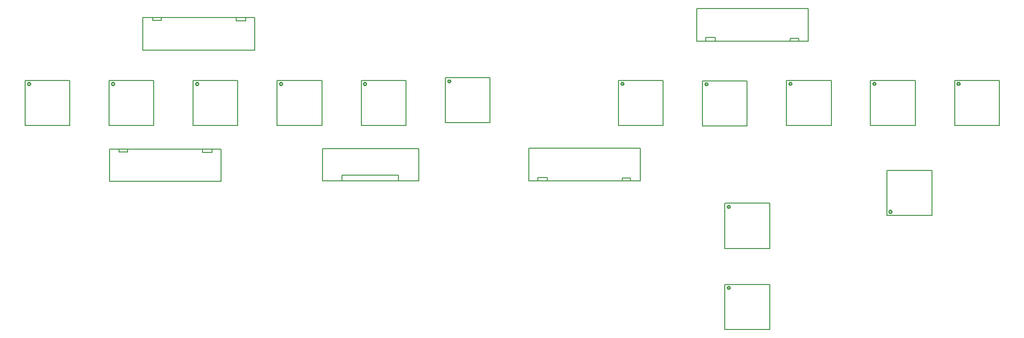
<source format=gm1>
%FSTAX23Y23*%
%MOIN*%
%SFA1B1*%

%IPPOS*%
%ADD10C,0.010000*%
%ADD11C,0.007870*%
%ADD33C,0.007000*%
%LNbutton_pad-1*%
%LPD*%
G54D10*
X06334Y01004D02*
X06329Y01013D01*
X06319*
X06314Y01004*
X06319Y00996*
X06329*
X06334Y01004*
X07469Y0097D02*
X07464Y00979D01*
X07454*
X07449Y0097*
X07454Y00961*
X07464*
X07469Y0097*
X06334Y00434D02*
X06329Y00442D01*
X06319*
X06314Y00434*
X06319Y00425*
X06329*
X06334Y00434*
X07949Y01871D02*
X07944Y01879D01*
X07933*
X07928Y01871*
X07933Y01862*
X07944*
X07949Y01871*
X07358D02*
X07353Y01879D01*
X07343*
X07338Y01871*
X07343Y01862*
X07353*
X07358Y01871*
X06768D02*
X06762Y01879D01*
X06752*
X06747Y01871*
X06752Y01862*
X06762*
X06768Y01871*
X06177Y01867D02*
X06172Y01875D01*
X06162*
X06157Y01867*
X06162Y01858*
X06172*
X06177Y01867*
X05586Y01871D02*
X05581Y01879D01*
X05571*
X05566Y01871*
X05571Y01862*
X05581*
X05586Y01871*
X01416Y01869D02*
X01411Y01878D01*
X01401*
X01396Y01869*
X01401Y0186*
X01411*
X01416Y01869*
X02007D02*
X02002Y01878D01*
X01991*
X01986Y01869*
X01991Y0186*
X02002*
X02007Y01869*
X02597D02*
X02592Y01878D01*
X02582*
X02577Y01869*
X02582Y0186*
X02592*
X02597Y01869*
X03188D02*
X03183Y01878D01*
X03173*
X03167Y01869*
X03173Y0186*
X03183*
X03188Y01869*
X03778D02*
X03773Y01878D01*
X03763*
X03758Y01869*
X03763Y0186*
X03773*
X03778Y01869*
X04369Y01889D02*
X04364Y01897D01*
X04354*
X04349Y01889*
X04354Y0188*
X04364*
X04369Y01889*
G54D11*
X06613Y00711D02*
Y01028D01*
X06298Y00711D02*
X06613D01*
X06299Y01028D02*
X06613D01*
X06298Y01027D02*
X06299Y01028D01*
X06298Y00711D02*
Y01027D01*
X07436Y01258D02*
X07752D01*
Y00943D02*
Y01258D01*
X07436Y00944D02*
Y01258D01*
Y00944D02*
X07437Y00943D01*
X07752*
X06613Y0014D02*
Y00457D01*
X06298Y0014D02*
X06613D01*
X06299Y00457D02*
X06613D01*
X06298Y00456D02*
X06299Y00457D01*
X06298Y0014D02*
Y00456D01*
X08227Y01577D02*
Y01894D01*
X07912Y01577D02*
X08227D01*
X07913Y01894D02*
X08227D01*
X07912Y01893D02*
X07913Y01894D01*
X07912Y01577D02*
Y01893D01*
X07636Y01577D02*
Y01894D01*
X07321Y01577D02*
X07636D01*
X07322Y01894D02*
X07636D01*
X07321Y01893D02*
X07322Y01894D01*
X07321Y01577D02*
Y01893D01*
X07046Y01577D02*
Y01894D01*
X06731Y01577D02*
X07046D01*
X06732Y01894D02*
X07046D01*
X06731Y01893D02*
X06732Y01894D01*
X06731Y01577D02*
Y01893D01*
X06455Y01573D02*
Y0189D01*
X0614Y01573D02*
X06455D01*
X06141Y0189D02*
X06455D01*
X0614Y01889D02*
X06141Y0189D01*
X0614Y01573D02*
Y01889D01*
X05865Y01577D02*
Y01894D01*
X0555Y01577D02*
X05865D01*
X05551Y01894D02*
X05865D01*
X0555Y01893D02*
X05551Y01894D01*
X0555Y01577D02*
Y01893D01*
X01694Y01576D02*
Y01892D01*
X01379Y01576D02*
X01694D01*
X0138Y01892D02*
X01694D01*
X01379Y01892D02*
X0138Y01892D01*
X01379Y01576D02*
Y01892D01*
X02285Y01576D02*
Y01892D01*
X0197Y01576D02*
X02285D01*
X01971Y01892D02*
X02285D01*
X0197Y01892D02*
X01971Y01892D01*
X0197Y01576D02*
Y01892D01*
X02875Y01576D02*
Y01892D01*
X0256Y01576D02*
X02875D01*
X02561Y01892D02*
X02875D01*
X0256Y01892D02*
X02561Y01892D01*
X0256Y01576D02*
Y01892D01*
X03466Y01576D02*
Y01892D01*
X03151Y01576D02*
X03466D01*
X03152Y01892D02*
X03466D01*
X03151Y01892D02*
X03152Y01892D01*
X03151Y01576D02*
Y01892D01*
X04057Y01576D02*
Y01892D01*
X03742Y01576D02*
X04057D01*
X03743Y01892D02*
X04057D01*
X03742Y01892D02*
X03743Y01892D01*
X03742Y01576D02*
Y01892D01*
X04647Y01595D02*
Y01912D01*
X04332Y01595D02*
X04647D01*
X04333Y01912D02*
X04647D01*
X04332Y01911D02*
X04333Y01912D01*
X04332Y01595D02*
Y01911D01*
X05576Y01187D02*
Y01206D01*
X05635*
Y01189D02*
Y01206D01*
X05049Y01189D02*
Y01211D01*
X04983D02*
X05049D01*
X04983Y01189D02*
Y01211D01*
X0492Y01411D02*
Y01416D01*
X05704*
Y01187D02*
Y01416D01*
X0492Y01187D02*
X05704D01*
X0492D02*
Y01411D01*
X06757Y02172D02*
Y0219D01*
X06816*
Y02174D02*
Y0219D01*
X0623Y02174D02*
Y02195D01*
X06164D02*
X0623D01*
X06164Y02174D02*
Y02195D01*
X06101Y02395D02*
Y024D01*
X06885*
Y02171D02*
Y024D01*
X06101Y02171D02*
X06885D01*
X06101D02*
Y02395D01*
X021Y01391D02*
Y0141D01*
X02041Y01391D02*
X021D01*
X02041D02*
Y01408D01*
X02627Y01386D02*
Y01408D01*
Y01386D02*
X02693D01*
Y01408*
X02756Y01182D02*
Y01187D01*
X01972Y01182D02*
X02756D01*
X01972D02*
Y01411D01*
X02756*
Y01187D02*
Y01411D01*
X02336Y02316D02*
Y02335D01*
X02277Y02316D02*
X02336D01*
X02277D02*
Y02333D01*
X02864Y02312D02*
Y02333D01*
Y02312D02*
X0293D01*
Y02333*
X02993Y02107D02*
Y02112D01*
X02208Y02107D02*
X02993D01*
X02208D02*
Y02336D01*
X02993*
Y02112D02*
Y02336D01*
G54D33*
X04002Y01187D02*
Y01225D01*
X03606D02*
X04002D01*
X03606Y01186D02*
Y01225D01*
X03469Y01413D02*
X04146D01*
X03469Y01185D02*
Y01413D01*
Y01185D02*
X04146D01*
Y01413*
X03469Y0137D02*
Y01374D01*
M02*
</source>
